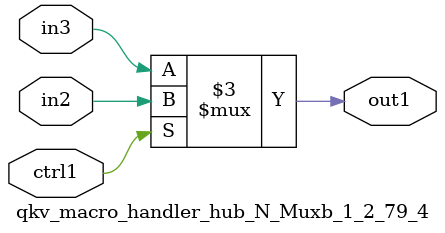
<source format=v>

`timescale 1ps / 1ps


module qkv_macro_handler_hub_N_Muxb_1_2_79_4( in3, in2, ctrl1, out1 );

    input in3;
    input in2;
    input ctrl1;
    output out1;
    reg out1;

    
    // rtl_process:qkv_macro_handler_hub_N_Muxb_1_2_79_4/qkv_macro_handler_hub_N_Muxb_1_2_79_4_thread_1
    always @*
      begin : qkv_macro_handler_hub_N_Muxb_1_2_79_4_thread_1
        case (ctrl1) 
          1'b1: 
            begin
              out1 = in2;
            end
          default: 
            begin
              out1 = in3;
            end
        endcase
      end

endmodule



</source>
